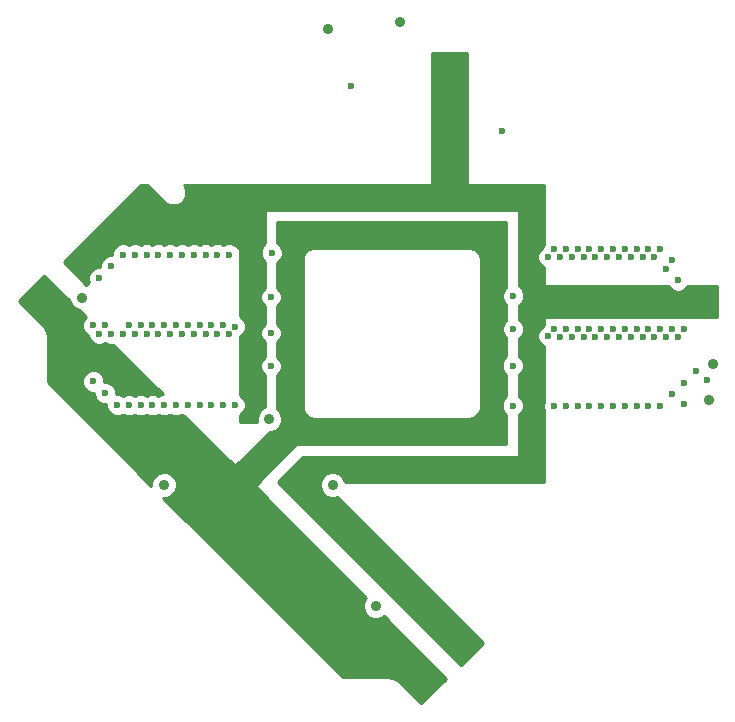
<source format=gbr>
G04 (created by PCBNEW-RS274X (2012-01-19 BZR 3256)-stable) date Wed Aug 28 15:53:45 2013*
G01*
G70*
G90*
%MOIN*%
G04 Gerber Fmt 3.4, Leading zero omitted, Abs format*
%FSLAX34Y34*%
G04 APERTURE LIST*
%ADD10C,0.006000*%
%ADD11C,0.023600*%
%ADD12C,0.035000*%
%ADD13C,0.010000*%
G04 APERTURE END LIST*
G54D10*
G54D11*
X67224Y-20295D03*
X48524Y-18209D03*
X48524Y-20453D03*
X67224Y-22480D03*
X67224Y-18012D03*
X48917Y-20453D03*
X48917Y-17815D03*
X66831Y-22874D03*
X66831Y-17618D03*
X66831Y-20295D03*
X68400Y-22000D03*
X67618Y-22800D03*
X56511Y-12189D03*
X48130Y-20453D03*
X48130Y-18602D03*
X67618Y-20295D03*
X67618Y-22087D03*
X49311Y-17815D03*
X49311Y-20453D03*
X66437Y-20295D03*
X66437Y-17618D03*
X66437Y-22874D03*
X65846Y-17894D03*
X65846Y-20571D03*
X49902Y-20177D03*
X49902Y-22835D03*
X65059Y-17894D03*
X65059Y-20571D03*
X50689Y-20177D03*
X50689Y-22835D03*
G54D12*
X58169Y-10059D03*
X55748Y-10295D03*
G54D11*
X53878Y-17756D03*
X53858Y-20433D03*
X61909Y-22854D03*
X61550Y-13700D03*
X61929Y-20295D03*
G54D12*
X68445Y-22657D03*
X68583Y-21476D03*
X57343Y-29528D03*
X47559Y-19252D03*
G54D11*
X63878Y-17894D03*
X63878Y-20571D03*
X51870Y-20177D03*
X51870Y-22835D03*
X64272Y-17894D03*
X64272Y-20571D03*
X51476Y-20177D03*
X51476Y-22835D03*
X63287Y-20295D03*
X63287Y-22874D03*
X52461Y-20453D03*
X52461Y-17815D03*
X63287Y-17618D03*
X63091Y-17894D03*
X63091Y-20531D03*
X52657Y-22835D03*
X52657Y-20217D03*
X65453Y-20571D03*
X50295Y-20177D03*
X50295Y-22835D03*
X65453Y-17894D03*
X48720Y-22835D03*
X66634Y-20571D03*
X49114Y-22835D03*
X49114Y-20177D03*
X66634Y-17894D03*
X68012Y-21693D03*
X53858Y-21535D03*
X53858Y-19232D03*
X61929Y-19193D03*
X61909Y-21516D03*
X48327Y-20177D03*
X48327Y-22441D03*
X67028Y-20571D03*
X67028Y-18287D03*
X47933Y-20177D03*
X47933Y-22047D03*
X67421Y-20571D03*
X67421Y-18681D03*
X63484Y-17894D03*
X63484Y-20571D03*
X52264Y-20177D03*
X52264Y-22835D03*
X65256Y-20295D03*
X65256Y-22874D03*
X50492Y-17815D03*
X50492Y-20453D03*
X65256Y-17618D03*
X65650Y-20295D03*
X65650Y-22874D03*
X50098Y-20453D03*
X50098Y-17815D03*
X65650Y-17618D03*
X66043Y-20295D03*
X66043Y-22874D03*
X49705Y-17815D03*
X49705Y-20453D03*
X66043Y-17618D03*
X64469Y-20295D03*
X64469Y-22874D03*
X51280Y-17815D03*
X51280Y-20453D03*
X64469Y-17618D03*
X64862Y-20295D03*
X64862Y-22874D03*
X50886Y-20453D03*
X50886Y-17815D03*
X64862Y-17618D03*
X63681Y-20295D03*
X63681Y-22874D03*
X52067Y-17815D03*
X52067Y-20453D03*
X63681Y-17618D03*
X64075Y-20295D03*
X64075Y-22874D03*
X51673Y-17815D03*
X51673Y-20453D03*
X64075Y-17618D03*
X64665Y-17894D03*
X64665Y-20571D03*
X51083Y-20177D03*
X51083Y-22835D03*
X61476Y-17461D03*
G54D12*
X46437Y-19272D03*
X47421Y-21535D03*
X59016Y-31850D03*
G54D11*
X54331Y-22835D03*
X54331Y-20157D03*
X61417Y-20630D03*
G54D12*
X53800Y-23300D03*
X55906Y-25492D03*
X50295Y-25492D03*
X47579Y-17972D03*
X68386Y-19370D03*
X59724Y-11457D03*
G54D11*
X53248Y-22638D03*
X53248Y-20079D03*
X62539Y-20728D03*
X62480Y-18209D03*
G54D12*
X59961Y-30689D03*
G54D11*
X66240Y-20571D03*
X49508Y-20177D03*
X49508Y-22835D03*
X66240Y-17894D03*
G54D10*
G36*
X68710Y-19911D02*
X62942Y-19911D01*
X62942Y-20166D01*
X62927Y-20200D01*
X62883Y-20219D01*
X62779Y-20322D01*
X62723Y-20458D01*
X62723Y-20604D01*
X62779Y-20739D01*
X62882Y-20843D01*
X62942Y-20867D01*
X62942Y-22745D01*
X62919Y-22801D01*
X62919Y-22947D01*
X62942Y-23002D01*
X62942Y-25383D01*
X56320Y-25383D01*
X56267Y-25252D01*
X56147Y-25132D01*
X55991Y-25067D01*
X55822Y-25067D01*
X55666Y-25131D01*
X55546Y-25251D01*
X55481Y-25407D01*
X55481Y-25576D01*
X55545Y-25732D01*
X55665Y-25852D01*
X55821Y-25917D01*
X55990Y-25917D01*
X56055Y-25890D01*
X60913Y-30748D01*
X60177Y-31484D01*
X54087Y-25394D01*
X54923Y-24558D01*
X62137Y-24558D01*
X62137Y-23146D01*
X62221Y-23063D01*
X62277Y-22927D01*
X62277Y-22781D01*
X62221Y-22646D01*
X62137Y-22561D01*
X62137Y-21808D01*
X62221Y-21725D01*
X62277Y-21589D01*
X62277Y-21443D01*
X62221Y-21308D01*
X62137Y-21223D01*
X62137Y-20607D01*
X62241Y-20504D01*
X62297Y-20368D01*
X62297Y-20222D01*
X62241Y-20087D01*
X62138Y-19983D01*
X62137Y-19982D01*
X62137Y-19505D01*
X62241Y-19402D01*
X62297Y-19266D01*
X62297Y-19120D01*
X62241Y-18985D01*
X62138Y-18881D01*
X62137Y-18880D01*
X62137Y-16328D01*
X53670Y-16328D01*
X53670Y-17444D01*
X53566Y-17547D01*
X53510Y-17683D01*
X53510Y-17829D01*
X53566Y-17964D01*
X53669Y-18068D01*
X53670Y-18068D01*
X53670Y-18911D01*
X53650Y-18920D01*
X53546Y-19023D01*
X53490Y-19159D01*
X53490Y-19305D01*
X53546Y-19440D01*
X53649Y-19544D01*
X53670Y-19552D01*
X53670Y-20112D01*
X53650Y-20121D01*
X53546Y-20224D01*
X53490Y-20360D01*
X53490Y-20506D01*
X53546Y-20641D01*
X53649Y-20745D01*
X53670Y-20753D01*
X53670Y-21214D01*
X53650Y-21223D01*
X53546Y-21326D01*
X53490Y-21462D01*
X53490Y-21608D01*
X53546Y-21743D01*
X53649Y-21847D01*
X53670Y-21855D01*
X53670Y-22893D01*
X53560Y-22939D01*
X53440Y-23059D01*
X53375Y-23215D01*
X53375Y-23384D01*
X53379Y-23395D01*
X52806Y-23395D01*
X52806Y-23171D01*
X52865Y-23147D01*
X52969Y-23044D01*
X53025Y-22908D01*
X53025Y-22762D01*
X52969Y-22627D01*
X52866Y-22523D01*
X52806Y-22498D01*
X52806Y-20581D01*
X52820Y-20547D01*
X52865Y-20529D01*
X52969Y-20426D01*
X53025Y-20290D01*
X53025Y-20144D01*
X52969Y-20009D01*
X52866Y-19905D01*
X52806Y-19880D01*
X52806Y-17943D01*
X52829Y-17888D01*
X52829Y-17742D01*
X52806Y-17686D01*
X52806Y-17647D01*
X52789Y-17647D01*
X52773Y-17607D01*
X52670Y-17503D01*
X52534Y-17447D01*
X52388Y-17447D01*
X52264Y-17498D01*
X52140Y-17447D01*
X51994Y-17447D01*
X51870Y-17498D01*
X51746Y-17447D01*
X51600Y-17447D01*
X51476Y-17498D01*
X51353Y-17447D01*
X51207Y-17447D01*
X51083Y-17498D01*
X50959Y-17447D01*
X50813Y-17447D01*
X50689Y-17498D01*
X50565Y-17447D01*
X50419Y-17447D01*
X50295Y-17498D01*
X50171Y-17447D01*
X50025Y-17447D01*
X49901Y-17498D01*
X49778Y-17447D01*
X49632Y-17447D01*
X49508Y-17498D01*
X49384Y-17447D01*
X49238Y-17447D01*
X49114Y-17498D01*
X48990Y-17447D01*
X48844Y-17447D01*
X48709Y-17503D01*
X48605Y-17606D01*
X48549Y-17742D01*
X48549Y-17841D01*
X48451Y-17841D01*
X48316Y-17897D01*
X48212Y-18000D01*
X48156Y-18136D01*
X48156Y-18234D01*
X48057Y-18234D01*
X47922Y-18290D01*
X47818Y-18393D01*
X47762Y-18529D01*
X47762Y-18675D01*
X47787Y-18736D01*
X47697Y-18827D01*
X46941Y-18071D01*
X49529Y-15483D01*
X49722Y-15483D01*
X50294Y-16055D01*
X50298Y-16058D01*
X50330Y-16089D01*
X50390Y-16128D01*
X50391Y-16128D01*
X50393Y-16130D01*
X50442Y-16149D01*
X50480Y-16165D01*
X50481Y-16164D01*
X50484Y-16166D01*
X50556Y-16179D01*
X50558Y-16178D01*
X50559Y-16179D01*
X50654Y-16177D01*
X50656Y-16177D01*
X50722Y-16162D01*
X50724Y-16162D01*
X50725Y-16161D01*
X50727Y-16161D01*
X50745Y-16152D01*
X50814Y-16123D01*
X50816Y-16121D01*
X50873Y-16083D01*
X50873Y-16082D01*
X50874Y-16082D01*
X50942Y-16013D01*
X50943Y-16012D01*
X50982Y-15952D01*
X50982Y-15950D01*
X50984Y-15949D01*
X51003Y-15899D01*
X51019Y-15862D01*
X51018Y-15860D01*
X51020Y-15858D01*
X51033Y-15786D01*
X51032Y-15783D01*
X51033Y-15783D01*
X51031Y-15688D01*
X51031Y-15685D01*
X51015Y-15617D01*
X51015Y-15615D01*
X50998Y-15577D01*
X50977Y-15527D01*
X50975Y-15525D01*
X50946Y-15483D01*
X59223Y-15483D01*
X59223Y-11093D01*
X60383Y-11093D01*
X60383Y-15483D01*
X62942Y-15483D01*
X62942Y-17489D01*
X62919Y-17545D01*
X62919Y-17567D01*
X62883Y-17582D01*
X62779Y-17685D01*
X62723Y-17821D01*
X62723Y-17967D01*
X62779Y-18102D01*
X62882Y-18206D01*
X62942Y-18230D01*
X62942Y-18849D01*
X67092Y-18849D01*
X67109Y-18889D01*
X67212Y-18993D01*
X67348Y-19049D01*
X67494Y-19049D01*
X67629Y-18993D01*
X67733Y-18890D01*
X67749Y-18849D01*
X68710Y-18849D01*
X68710Y-19911D01*
X68710Y-19911D01*
G37*
G54D13*
X68710Y-19911D02*
X62942Y-19911D01*
X62942Y-20166D01*
X62927Y-20200D01*
X62883Y-20219D01*
X62779Y-20322D01*
X62723Y-20458D01*
X62723Y-20604D01*
X62779Y-20739D01*
X62882Y-20843D01*
X62942Y-20867D01*
X62942Y-22745D01*
X62919Y-22801D01*
X62919Y-22947D01*
X62942Y-23002D01*
X62942Y-25383D01*
X56320Y-25383D01*
X56267Y-25252D01*
X56147Y-25132D01*
X55991Y-25067D01*
X55822Y-25067D01*
X55666Y-25131D01*
X55546Y-25251D01*
X55481Y-25407D01*
X55481Y-25576D01*
X55545Y-25732D01*
X55665Y-25852D01*
X55821Y-25917D01*
X55990Y-25917D01*
X56055Y-25890D01*
X60913Y-30748D01*
X60177Y-31484D01*
X54087Y-25394D01*
X54923Y-24558D01*
X62137Y-24558D01*
X62137Y-23146D01*
X62221Y-23063D01*
X62277Y-22927D01*
X62277Y-22781D01*
X62221Y-22646D01*
X62137Y-22561D01*
X62137Y-21808D01*
X62221Y-21725D01*
X62277Y-21589D01*
X62277Y-21443D01*
X62221Y-21308D01*
X62137Y-21223D01*
X62137Y-20607D01*
X62241Y-20504D01*
X62297Y-20368D01*
X62297Y-20222D01*
X62241Y-20087D01*
X62138Y-19983D01*
X62137Y-19982D01*
X62137Y-19505D01*
X62241Y-19402D01*
X62297Y-19266D01*
X62297Y-19120D01*
X62241Y-18985D01*
X62138Y-18881D01*
X62137Y-18880D01*
X62137Y-16328D01*
X53670Y-16328D01*
X53670Y-17444D01*
X53566Y-17547D01*
X53510Y-17683D01*
X53510Y-17829D01*
X53566Y-17964D01*
X53669Y-18068D01*
X53670Y-18068D01*
X53670Y-18911D01*
X53650Y-18920D01*
X53546Y-19023D01*
X53490Y-19159D01*
X53490Y-19305D01*
X53546Y-19440D01*
X53649Y-19544D01*
X53670Y-19552D01*
X53670Y-20112D01*
X53650Y-20121D01*
X53546Y-20224D01*
X53490Y-20360D01*
X53490Y-20506D01*
X53546Y-20641D01*
X53649Y-20745D01*
X53670Y-20753D01*
X53670Y-21214D01*
X53650Y-21223D01*
X53546Y-21326D01*
X53490Y-21462D01*
X53490Y-21608D01*
X53546Y-21743D01*
X53649Y-21847D01*
X53670Y-21855D01*
X53670Y-22893D01*
X53560Y-22939D01*
X53440Y-23059D01*
X53375Y-23215D01*
X53375Y-23384D01*
X53379Y-23395D01*
X52806Y-23395D01*
X52806Y-23171D01*
X52865Y-23147D01*
X52969Y-23044D01*
X53025Y-22908D01*
X53025Y-22762D01*
X52969Y-22627D01*
X52866Y-22523D01*
X52806Y-22498D01*
X52806Y-20581D01*
X52820Y-20547D01*
X52865Y-20529D01*
X52969Y-20426D01*
X53025Y-20290D01*
X53025Y-20144D01*
X52969Y-20009D01*
X52866Y-19905D01*
X52806Y-19880D01*
X52806Y-17943D01*
X52829Y-17888D01*
X52829Y-17742D01*
X52806Y-17686D01*
X52806Y-17647D01*
X52789Y-17647D01*
X52773Y-17607D01*
X52670Y-17503D01*
X52534Y-17447D01*
X52388Y-17447D01*
X52264Y-17498D01*
X52140Y-17447D01*
X51994Y-17447D01*
X51870Y-17498D01*
X51746Y-17447D01*
X51600Y-17447D01*
X51476Y-17498D01*
X51353Y-17447D01*
X51207Y-17447D01*
X51083Y-17498D01*
X50959Y-17447D01*
X50813Y-17447D01*
X50689Y-17498D01*
X50565Y-17447D01*
X50419Y-17447D01*
X50295Y-17498D01*
X50171Y-17447D01*
X50025Y-17447D01*
X49901Y-17498D01*
X49778Y-17447D01*
X49632Y-17447D01*
X49508Y-17498D01*
X49384Y-17447D01*
X49238Y-17447D01*
X49114Y-17498D01*
X48990Y-17447D01*
X48844Y-17447D01*
X48709Y-17503D01*
X48605Y-17606D01*
X48549Y-17742D01*
X48549Y-17841D01*
X48451Y-17841D01*
X48316Y-17897D01*
X48212Y-18000D01*
X48156Y-18136D01*
X48156Y-18234D01*
X48057Y-18234D01*
X47922Y-18290D01*
X47818Y-18393D01*
X47762Y-18529D01*
X47762Y-18675D01*
X47787Y-18736D01*
X47697Y-18827D01*
X46941Y-18071D01*
X49529Y-15483D01*
X49722Y-15483D01*
X50294Y-16055D01*
X50298Y-16058D01*
X50330Y-16089D01*
X50390Y-16128D01*
X50391Y-16128D01*
X50393Y-16130D01*
X50442Y-16149D01*
X50480Y-16165D01*
X50481Y-16164D01*
X50484Y-16166D01*
X50556Y-16179D01*
X50558Y-16178D01*
X50559Y-16179D01*
X50654Y-16177D01*
X50656Y-16177D01*
X50722Y-16162D01*
X50724Y-16162D01*
X50725Y-16161D01*
X50727Y-16161D01*
X50745Y-16152D01*
X50814Y-16123D01*
X50816Y-16121D01*
X50873Y-16083D01*
X50873Y-16082D01*
X50874Y-16082D01*
X50942Y-16013D01*
X50943Y-16012D01*
X50982Y-15952D01*
X50982Y-15950D01*
X50984Y-15949D01*
X51003Y-15899D01*
X51019Y-15862D01*
X51018Y-15860D01*
X51020Y-15858D01*
X51033Y-15786D01*
X51032Y-15783D01*
X51033Y-15783D01*
X51031Y-15688D01*
X51031Y-15685D01*
X51015Y-15617D01*
X51015Y-15615D01*
X50998Y-15577D01*
X50977Y-15527D01*
X50975Y-15525D01*
X50946Y-15483D01*
X59223Y-15483D01*
X59223Y-11093D01*
X60383Y-11093D01*
X60383Y-15483D01*
X62942Y-15483D01*
X62942Y-17489D01*
X62919Y-17545D01*
X62919Y-17567D01*
X62883Y-17582D01*
X62779Y-17685D01*
X62723Y-17821D01*
X62723Y-17967D01*
X62779Y-18102D01*
X62882Y-18206D01*
X62942Y-18230D01*
X62942Y-18849D01*
X67092Y-18849D01*
X67109Y-18889D01*
X67212Y-18993D01*
X67348Y-19049D01*
X67494Y-19049D01*
X67629Y-18993D01*
X67733Y-18890D01*
X67749Y-18849D01*
X68710Y-18849D01*
X68710Y-19911D01*
G54D10*
G36*
X61702Y-24143D02*
X60846Y-24142D01*
X60846Y-22902D01*
X60846Y-17980D01*
X60841Y-17954D01*
X60841Y-17931D01*
X60831Y-17880D01*
X60831Y-17879D01*
X60806Y-17818D01*
X60795Y-17790D01*
X60794Y-17789D01*
X60794Y-17788D01*
X60764Y-17743D01*
X60763Y-17742D01*
X60695Y-17674D01*
X60694Y-17673D01*
X60649Y-17643D01*
X60646Y-17642D01*
X60597Y-17622D01*
X60558Y-17606D01*
X60556Y-17605D01*
X60505Y-17596D01*
X60482Y-17596D01*
X60457Y-17591D01*
X55299Y-17591D01*
X55280Y-17594D01*
X55248Y-17595D01*
X55195Y-17606D01*
X55158Y-17621D01*
X55109Y-17641D01*
X55064Y-17670D01*
X55058Y-17675D01*
X55057Y-17676D01*
X55043Y-17690D01*
X54994Y-17738D01*
X54991Y-17743D01*
X54989Y-17746D01*
X54960Y-17790D01*
X54940Y-17839D01*
X54925Y-17876D01*
X54914Y-17929D01*
X54913Y-17956D01*
X54909Y-17980D01*
X54909Y-22902D01*
X54915Y-22932D01*
X54915Y-22950D01*
X54924Y-23001D01*
X54925Y-23003D01*
X54941Y-23042D01*
X54961Y-23091D01*
X54962Y-23094D01*
X54992Y-23139D01*
X54993Y-23140D01*
X55061Y-23208D01*
X55062Y-23209D01*
X55107Y-23239D01*
X55108Y-23239D01*
X55109Y-23240D01*
X55137Y-23251D01*
X55198Y-23276D01*
X55199Y-23276D01*
X55250Y-23286D01*
X55273Y-23286D01*
X55299Y-23291D01*
X60457Y-23291D01*
X60482Y-23286D01*
X60505Y-23286D01*
X60556Y-23277D01*
X60558Y-23276D01*
X60597Y-23260D01*
X60646Y-23240D01*
X60649Y-23239D01*
X60694Y-23209D01*
X60695Y-23208D01*
X60763Y-23140D01*
X60764Y-23139D01*
X60794Y-23094D01*
X60794Y-23092D01*
X60795Y-23092D01*
X60806Y-23063D01*
X60831Y-23003D01*
X60831Y-23002D01*
X60841Y-22951D01*
X60841Y-22927D01*
X60846Y-22902D01*
X60846Y-24142D01*
X54701Y-24142D01*
X53311Y-25533D01*
X57012Y-29257D01*
X56983Y-29287D01*
X56918Y-29443D01*
X56918Y-29612D01*
X56982Y-29768D01*
X57102Y-29888D01*
X57258Y-29953D01*
X57427Y-29953D01*
X57583Y-29889D01*
X57612Y-29859D01*
X58804Y-31059D01*
X59693Y-31949D01*
X58867Y-32774D01*
X58214Y-32122D01*
X58213Y-32120D01*
X58165Y-32072D01*
X58135Y-32051D01*
X58105Y-32026D01*
X57971Y-31953D01*
X57941Y-31943D01*
X57877Y-31923D01*
X57725Y-31907D01*
X57723Y-31907D01*
X57713Y-31905D01*
X56913Y-31905D01*
X56567Y-31905D01*
X56258Y-31905D01*
X50270Y-25917D01*
X50379Y-25917D01*
X50535Y-25853D01*
X50655Y-25733D01*
X50720Y-25577D01*
X50720Y-25408D01*
X50656Y-25252D01*
X50536Y-25132D01*
X50380Y-25067D01*
X50211Y-25067D01*
X50055Y-25131D01*
X49935Y-25251D01*
X49870Y-25407D01*
X49870Y-25516D01*
X46421Y-22067D01*
X46421Y-21756D01*
X46421Y-21413D01*
X46421Y-20626D01*
X46421Y-20610D01*
X46421Y-20557D01*
X46414Y-20524D01*
X46411Y-20486D01*
X46368Y-20339D01*
X46323Y-20252D01*
X46320Y-20249D01*
X46227Y-20132D01*
X46223Y-20129D01*
X46217Y-20119D01*
X45455Y-19358D01*
X46298Y-18516D01*
X47145Y-19363D01*
X47198Y-19492D01*
X47318Y-19612D01*
X47448Y-19666D01*
X47685Y-19903D01*
X47621Y-19968D01*
X47565Y-20104D01*
X47565Y-20250D01*
X47621Y-20385D01*
X47724Y-20489D01*
X47762Y-20504D01*
X47762Y-20526D01*
X47818Y-20661D01*
X47921Y-20765D01*
X48057Y-20821D01*
X48203Y-20821D01*
X48326Y-20769D01*
X48451Y-20821D01*
X48597Y-20821D01*
X48601Y-20819D01*
X50249Y-22467D01*
X50222Y-22467D01*
X50098Y-22518D01*
X49975Y-22467D01*
X49829Y-22467D01*
X49705Y-22518D01*
X49581Y-22467D01*
X49435Y-22467D01*
X49311Y-22518D01*
X49187Y-22467D01*
X49041Y-22467D01*
X48917Y-22518D01*
X48793Y-22467D01*
X48695Y-22467D01*
X48695Y-22368D01*
X48639Y-22233D01*
X48536Y-22129D01*
X48400Y-22073D01*
X48301Y-22073D01*
X48301Y-21974D01*
X48245Y-21839D01*
X48142Y-21735D01*
X48006Y-21679D01*
X47860Y-21679D01*
X47725Y-21735D01*
X47621Y-21838D01*
X47565Y-21974D01*
X47565Y-22120D01*
X47621Y-22255D01*
X47724Y-22359D01*
X47860Y-22415D01*
X47959Y-22415D01*
X47959Y-22514D01*
X48015Y-22649D01*
X48118Y-22753D01*
X48254Y-22809D01*
X48352Y-22809D01*
X48352Y-22908D01*
X48408Y-23043D01*
X48511Y-23147D01*
X48647Y-23203D01*
X48793Y-23203D01*
X48916Y-23151D01*
X49041Y-23203D01*
X49187Y-23203D01*
X49310Y-23151D01*
X49435Y-23203D01*
X49581Y-23203D01*
X49704Y-23151D01*
X49829Y-23203D01*
X49975Y-23203D01*
X50098Y-23151D01*
X50222Y-23203D01*
X50368Y-23203D01*
X50491Y-23151D01*
X50616Y-23203D01*
X50762Y-23203D01*
X50885Y-23151D01*
X50967Y-23185D01*
X52656Y-24874D01*
X53805Y-23725D01*
X53884Y-23725D01*
X54040Y-23661D01*
X54160Y-23541D01*
X54225Y-23385D01*
X54225Y-23216D01*
X54161Y-23060D01*
X54046Y-22945D01*
X54046Y-21855D01*
X54066Y-21847D01*
X54170Y-21744D01*
X54226Y-21608D01*
X54226Y-21462D01*
X54170Y-21327D01*
X54067Y-21223D01*
X54046Y-21214D01*
X54046Y-20753D01*
X54066Y-20745D01*
X54170Y-20642D01*
X54226Y-20506D01*
X54226Y-20360D01*
X54170Y-20225D01*
X54067Y-20121D01*
X54046Y-20112D01*
X54046Y-19552D01*
X54066Y-19544D01*
X54170Y-19441D01*
X54226Y-19305D01*
X54226Y-19159D01*
X54170Y-19024D01*
X54067Y-18920D01*
X54046Y-18911D01*
X54046Y-18084D01*
X54086Y-18068D01*
X54190Y-17965D01*
X54246Y-17829D01*
X54246Y-17683D01*
X54190Y-17548D01*
X54087Y-17444D01*
X54046Y-17427D01*
X54046Y-16723D01*
X61702Y-16723D01*
X61702Y-18899D01*
X61617Y-18984D01*
X61561Y-19120D01*
X61561Y-19266D01*
X61617Y-19401D01*
X61702Y-19486D01*
X61702Y-20001D01*
X61617Y-20086D01*
X61561Y-20222D01*
X61561Y-20368D01*
X61617Y-20503D01*
X61702Y-20588D01*
X61702Y-21203D01*
X61701Y-21204D01*
X61597Y-21307D01*
X61541Y-21443D01*
X61541Y-21589D01*
X61597Y-21724D01*
X61700Y-21828D01*
X61702Y-21828D01*
X61702Y-22541D01*
X61701Y-22542D01*
X61597Y-22645D01*
X61541Y-22781D01*
X61541Y-22927D01*
X61597Y-23062D01*
X61700Y-23166D01*
X61702Y-23166D01*
X61702Y-24143D01*
X61702Y-24143D01*
G37*
G54D13*
X61702Y-24143D02*
X60846Y-24142D01*
X60846Y-22902D01*
X60846Y-17980D01*
X60841Y-17954D01*
X60841Y-17931D01*
X60831Y-17880D01*
X60831Y-17879D01*
X60806Y-17818D01*
X60795Y-17790D01*
X60794Y-17789D01*
X60794Y-17788D01*
X60764Y-17743D01*
X60763Y-17742D01*
X60695Y-17674D01*
X60694Y-17673D01*
X60649Y-17643D01*
X60646Y-17642D01*
X60597Y-17622D01*
X60558Y-17606D01*
X60556Y-17605D01*
X60505Y-17596D01*
X60482Y-17596D01*
X60457Y-17591D01*
X55299Y-17591D01*
X55280Y-17594D01*
X55248Y-17595D01*
X55195Y-17606D01*
X55158Y-17621D01*
X55109Y-17641D01*
X55064Y-17670D01*
X55058Y-17675D01*
X55057Y-17676D01*
X55043Y-17690D01*
X54994Y-17738D01*
X54991Y-17743D01*
X54989Y-17746D01*
X54960Y-17790D01*
X54940Y-17839D01*
X54925Y-17876D01*
X54914Y-17929D01*
X54913Y-17956D01*
X54909Y-17980D01*
X54909Y-22902D01*
X54915Y-22932D01*
X54915Y-22950D01*
X54924Y-23001D01*
X54925Y-23003D01*
X54941Y-23042D01*
X54961Y-23091D01*
X54962Y-23094D01*
X54992Y-23139D01*
X54993Y-23140D01*
X55061Y-23208D01*
X55062Y-23209D01*
X55107Y-23239D01*
X55108Y-23239D01*
X55109Y-23240D01*
X55137Y-23251D01*
X55198Y-23276D01*
X55199Y-23276D01*
X55250Y-23286D01*
X55273Y-23286D01*
X55299Y-23291D01*
X60457Y-23291D01*
X60482Y-23286D01*
X60505Y-23286D01*
X60556Y-23277D01*
X60558Y-23276D01*
X60597Y-23260D01*
X60646Y-23240D01*
X60649Y-23239D01*
X60694Y-23209D01*
X60695Y-23208D01*
X60763Y-23140D01*
X60764Y-23139D01*
X60794Y-23094D01*
X60794Y-23092D01*
X60795Y-23092D01*
X60806Y-23063D01*
X60831Y-23003D01*
X60831Y-23002D01*
X60841Y-22951D01*
X60841Y-22927D01*
X60846Y-22902D01*
X60846Y-24142D01*
X54701Y-24142D01*
X53311Y-25533D01*
X57012Y-29257D01*
X56983Y-29287D01*
X56918Y-29443D01*
X56918Y-29612D01*
X56982Y-29768D01*
X57102Y-29888D01*
X57258Y-29953D01*
X57427Y-29953D01*
X57583Y-29889D01*
X57612Y-29859D01*
X58804Y-31059D01*
X59693Y-31949D01*
X58867Y-32774D01*
X58214Y-32122D01*
X58213Y-32120D01*
X58165Y-32072D01*
X58135Y-32051D01*
X58105Y-32026D01*
X57971Y-31953D01*
X57941Y-31943D01*
X57877Y-31923D01*
X57725Y-31907D01*
X57723Y-31907D01*
X57713Y-31905D01*
X56913Y-31905D01*
X56567Y-31905D01*
X56258Y-31905D01*
X50270Y-25917D01*
X50379Y-25917D01*
X50535Y-25853D01*
X50655Y-25733D01*
X50720Y-25577D01*
X50720Y-25408D01*
X50656Y-25252D01*
X50536Y-25132D01*
X50380Y-25067D01*
X50211Y-25067D01*
X50055Y-25131D01*
X49935Y-25251D01*
X49870Y-25407D01*
X49870Y-25516D01*
X46421Y-22067D01*
X46421Y-21756D01*
X46421Y-21413D01*
X46421Y-20626D01*
X46421Y-20610D01*
X46421Y-20557D01*
X46414Y-20524D01*
X46411Y-20486D01*
X46368Y-20339D01*
X46323Y-20252D01*
X46320Y-20249D01*
X46227Y-20132D01*
X46223Y-20129D01*
X46217Y-20119D01*
X45455Y-19358D01*
X46298Y-18516D01*
X47145Y-19363D01*
X47198Y-19492D01*
X47318Y-19612D01*
X47448Y-19666D01*
X47685Y-19903D01*
X47621Y-19968D01*
X47565Y-20104D01*
X47565Y-20250D01*
X47621Y-20385D01*
X47724Y-20489D01*
X47762Y-20504D01*
X47762Y-20526D01*
X47818Y-20661D01*
X47921Y-20765D01*
X48057Y-20821D01*
X48203Y-20821D01*
X48326Y-20769D01*
X48451Y-20821D01*
X48597Y-20821D01*
X48601Y-20819D01*
X50249Y-22467D01*
X50222Y-22467D01*
X50098Y-22518D01*
X49975Y-22467D01*
X49829Y-22467D01*
X49705Y-22518D01*
X49581Y-22467D01*
X49435Y-22467D01*
X49311Y-22518D01*
X49187Y-22467D01*
X49041Y-22467D01*
X48917Y-22518D01*
X48793Y-22467D01*
X48695Y-22467D01*
X48695Y-22368D01*
X48639Y-22233D01*
X48536Y-22129D01*
X48400Y-22073D01*
X48301Y-22073D01*
X48301Y-21974D01*
X48245Y-21839D01*
X48142Y-21735D01*
X48006Y-21679D01*
X47860Y-21679D01*
X47725Y-21735D01*
X47621Y-21838D01*
X47565Y-21974D01*
X47565Y-22120D01*
X47621Y-22255D01*
X47724Y-22359D01*
X47860Y-22415D01*
X47959Y-22415D01*
X47959Y-22514D01*
X48015Y-22649D01*
X48118Y-22753D01*
X48254Y-22809D01*
X48352Y-22809D01*
X48352Y-22908D01*
X48408Y-23043D01*
X48511Y-23147D01*
X48647Y-23203D01*
X48793Y-23203D01*
X48916Y-23151D01*
X49041Y-23203D01*
X49187Y-23203D01*
X49310Y-23151D01*
X49435Y-23203D01*
X49581Y-23203D01*
X49704Y-23151D01*
X49829Y-23203D01*
X49975Y-23203D01*
X50098Y-23151D01*
X50222Y-23203D01*
X50368Y-23203D01*
X50491Y-23151D01*
X50616Y-23203D01*
X50762Y-23203D01*
X50885Y-23151D01*
X50967Y-23185D01*
X52656Y-24874D01*
X53805Y-23725D01*
X53884Y-23725D01*
X54040Y-23661D01*
X54160Y-23541D01*
X54225Y-23385D01*
X54225Y-23216D01*
X54161Y-23060D01*
X54046Y-22945D01*
X54046Y-21855D01*
X54066Y-21847D01*
X54170Y-21744D01*
X54226Y-21608D01*
X54226Y-21462D01*
X54170Y-21327D01*
X54067Y-21223D01*
X54046Y-21214D01*
X54046Y-20753D01*
X54066Y-20745D01*
X54170Y-20642D01*
X54226Y-20506D01*
X54226Y-20360D01*
X54170Y-20225D01*
X54067Y-20121D01*
X54046Y-20112D01*
X54046Y-19552D01*
X54066Y-19544D01*
X54170Y-19441D01*
X54226Y-19305D01*
X54226Y-19159D01*
X54170Y-19024D01*
X54067Y-18920D01*
X54046Y-18911D01*
X54046Y-18084D01*
X54086Y-18068D01*
X54190Y-17965D01*
X54246Y-17829D01*
X54246Y-17683D01*
X54190Y-17548D01*
X54087Y-17444D01*
X54046Y-17427D01*
X54046Y-16723D01*
X61702Y-16723D01*
X61702Y-18899D01*
X61617Y-18984D01*
X61561Y-19120D01*
X61561Y-19266D01*
X61617Y-19401D01*
X61702Y-19486D01*
X61702Y-20001D01*
X61617Y-20086D01*
X61561Y-20222D01*
X61561Y-20368D01*
X61617Y-20503D01*
X61702Y-20588D01*
X61702Y-21203D01*
X61701Y-21204D01*
X61597Y-21307D01*
X61541Y-21443D01*
X61541Y-21589D01*
X61597Y-21724D01*
X61700Y-21828D01*
X61702Y-21828D01*
X61702Y-22541D01*
X61701Y-22542D01*
X61597Y-22645D01*
X61541Y-22781D01*
X61541Y-22927D01*
X61597Y-23062D01*
X61700Y-23166D01*
X61702Y-23166D01*
X61702Y-24143D01*
M02*

</source>
